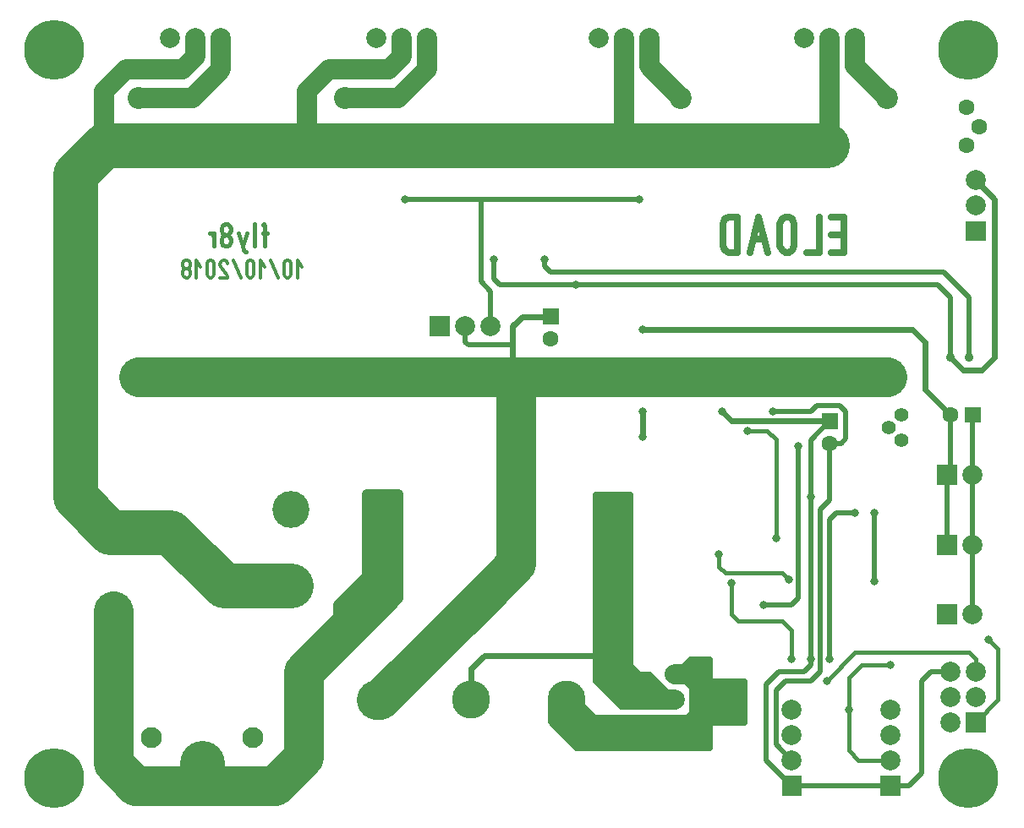
<source format=gbr>
%FSLAX34Y34*%
%MOMM*%
%LNCOPPER_BOTTOM*%
G71*
G01*
%ADD10C, 3.700*%
%ADD11C, 2.100*%
%ADD12C, 2.000*%
%ADD13C, 2.200*%
%ADD14C, 1.600*%
%ADD15C, 2.000*%
%ADD16C, 3.800*%
%ADD17C, 3.000*%
%ADD18C, 2.160*%
%ADD19C, 4.000*%
%ADD20C, 4.500*%
%ADD21C, 2.000*%
%ADD22C, 0.600*%
%ADD23C, 1.000*%
%ADD24C, 0.800*%
%ADD25C, 0.500*%
%ADD26C, 0.900*%
%ADD27C, 1.400*%
%ADD28C, 0.400*%
%ADD29C, 0.635*%
%ADD30C, 0.397*%
%ADD31C, 0.318*%
%ADD32C, 6.000*%
%LPD*%
X431800Y384050D02*
G54D10*
D03*
X431800Y307850D02*
G54D10*
D03*
X254000Y282450D02*
G54D10*
D03*
X342900Y130050D02*
G54D10*
D03*
X393700Y155450D02*
G54D11*
D03*
X292100Y155450D02*
G54D11*
D03*
X311150Y857125D02*
G54D12*
D03*
X336550Y857125D02*
G54D12*
D03*
X361950Y857125D02*
G54D12*
D03*
X279400Y796800D02*
G54D13*
D03*
X279400Y517400D02*
G54D13*
D03*
X485775Y796800D02*
G54D13*
D03*
X485775Y517400D02*
G54D13*
D03*
X822325Y796800D02*
G54D13*
D03*
X822325Y517400D02*
G54D13*
D03*
X1028700Y796800D02*
G54D13*
D03*
X1028700Y517400D02*
G54D13*
D03*
X517525Y857125D02*
G54D12*
D03*
X542925Y857125D02*
G54D12*
D03*
X568325Y857125D02*
G54D12*
D03*
X739775Y857125D02*
G54D12*
D03*
X765175Y857125D02*
G54D12*
D03*
X790575Y857125D02*
G54D12*
D03*
X946150Y857125D02*
G54D12*
D03*
X971550Y857125D02*
G54D12*
D03*
X996950Y857125D02*
G54D12*
D03*
X1108075Y787275D02*
G54D14*
D03*
X1120775Y768225D02*
G54D14*
D03*
X1108075Y749175D02*
G54D14*
D03*
G36*
X1122425Y471300D02*
X1106425Y471300D01*
X1106425Y487300D01*
X1122425Y487300D01*
X1122425Y471300D01*
G37*
X1092200Y479300D02*
G54D14*
D03*
G36*
X571025Y578200D02*
X591025Y578200D01*
X591025Y558200D01*
X571025Y558200D01*
X571025Y578200D01*
G37*
X606425Y568200D02*
G54D15*
D03*
X631825Y568200D02*
G54D15*
D03*
X517525Y193550D02*
G54D16*
D03*
X612525Y193550D02*
G54D16*
D03*
X707525Y193550D02*
G54D16*
D03*
G36*
X508875Y401350D02*
X538875Y401350D01*
X538875Y341350D01*
X508875Y341350D01*
X508875Y401350D01*
G37*
G36*
X738875Y401350D02*
X768875Y401350D01*
X768875Y341350D01*
X738875Y341350D01*
X738875Y401350D01*
G37*
X815975Y218950D02*
G54D12*
D03*
X815975Y193550D02*
G54D12*
D03*
X815975Y168150D02*
G54D12*
D03*
X873125Y193550D02*
G54D17*
D03*
X625475Y298325D02*
G54D18*
D03*
X523875Y298325D02*
G54D18*
D03*
G54D19*
X279400Y517400D02*
X1028700Y517400D01*
G54D19*
X517525Y193550D02*
X520700Y193550D01*
X625475Y298325D01*
X657225Y330075D01*
X657225Y514225D01*
G54D19*
X523875Y371350D02*
X523875Y301500D01*
X444500Y222125D01*
X444500Y136400D01*
X415925Y107825D01*
X276225Y107825D01*
X254000Y130050D01*
X254000Y282450D01*
G54D20*
X342900Y130050D02*
X342900Y111000D01*
G54D21*
X815975Y218950D02*
X830424Y218950D01*
X840824Y208550D01*
X840824Y177124D01*
X831850Y168150D01*
X815975Y168150D01*
G54D21*
X815975Y168150D02*
X732925Y168150D01*
X707525Y193550D01*
G54D21*
X815975Y193550D02*
X781050Y193550D01*
X755650Y218950D01*
X755650Y369575D01*
X753875Y371350D01*
G54D22*
X612525Y193550D02*
X612525Y225050D01*
X625475Y238000D01*
X755650Y238000D01*
G36*
X815975Y193550D02*
X790575Y218950D01*
X781050Y218950D01*
X771525Y228475D01*
X771525Y399925D01*
X736600Y399925D01*
X736600Y212600D01*
X762000Y187200D01*
X809625Y187200D01*
X815975Y193550D01*
G37*
G54D22*
X815975Y193550D02*
X790575Y218950D01*
X781050Y218950D01*
X771525Y228475D01*
X771525Y399925D01*
X736600Y399925D01*
X736600Y212600D01*
X762000Y187200D01*
X809625Y187200D01*
X815975Y193550D01*
G36*
X707525Y193550D02*
X691650Y193550D01*
X691650Y171825D01*
X717550Y145925D01*
X850900Y145925D01*
X850900Y171325D01*
X885825Y171325D01*
X885825Y212600D01*
X850900Y212600D01*
X850900Y234825D01*
X831850Y234825D01*
X815975Y218950D01*
X830424Y218950D01*
X840824Y208550D01*
X840824Y177124D01*
X831850Y168150D01*
X732925Y168150D01*
X707525Y193550D01*
G37*
G54D22*
X707525Y193550D02*
X691650Y193550D01*
X691650Y171825D01*
X717550Y145925D01*
X850900Y145925D01*
X850900Y171325D01*
X885825Y171325D01*
X885825Y212600D01*
X850900Y212600D01*
X850900Y234825D01*
X831850Y234825D01*
X815975Y218950D01*
X830424Y218950D01*
X840824Y208550D01*
X840824Y177124D01*
X831850Y168150D01*
X732925Y168150D01*
X707525Y193550D01*
G54D21*
X279400Y796800D02*
X333375Y796800D01*
X361950Y825375D01*
X361950Y857125D01*
G54D21*
X485775Y796800D02*
X539750Y796800D01*
X568325Y825375D01*
X568325Y857125D01*
G54D21*
X790575Y857125D02*
X790575Y828550D01*
X822325Y796800D01*
G54D21*
X996950Y857125D02*
X996950Y828550D01*
X1028700Y796800D01*
G54D21*
X336550Y857125D02*
X336550Y838075D01*
X323850Y825375D01*
X266700Y825375D01*
X244475Y803150D01*
X244475Y749175D01*
G54D21*
X542925Y857125D02*
X542925Y838075D01*
X530225Y825375D01*
X469900Y825375D01*
X447675Y803150D01*
X447675Y749175D01*
G54D20*
X244475Y749175D02*
X968375Y749175D01*
G54D21*
X765175Y857125D02*
X765175Y749175D01*
G54D21*
X971550Y857125D02*
X971550Y752350D01*
G54D20*
X244475Y749175D02*
X215900Y720600D01*
X215900Y396750D01*
X250825Y361825D01*
X311150Y361825D01*
X365125Y307850D01*
X431800Y307850D01*
G36*
X508000Y399925D02*
X539750Y399925D01*
X539750Y295150D01*
X523875Y279275D01*
X479425Y279275D01*
X479425Y288800D01*
X508000Y317375D01*
X508000Y399925D01*
G37*
G54D23*
X508000Y399925D02*
X539750Y399925D01*
X539750Y295150D01*
X523875Y279275D01*
X479425Y279275D01*
X479425Y288800D01*
X508000Y317375D01*
X508000Y399925D01*
X546100Y695200D02*
G54D24*
D03*
X781050Y695200D02*
G54D24*
D03*
G54D25*
X546100Y695200D02*
X781050Y695200D01*
G36*
X1079025Y359125D02*
X1099025Y359125D01*
X1099025Y339125D01*
X1079025Y339125D01*
X1079025Y359125D01*
G37*
X1114025Y349125D02*
G54D15*
D03*
G36*
X1079025Y428975D02*
X1099025Y428975D01*
X1099025Y408975D01*
X1079025Y408975D01*
X1079025Y428975D01*
G37*
X1114025Y418975D02*
G54D15*
D03*
G36*
X1079025Y289275D02*
X1099025Y289275D01*
X1099025Y269275D01*
X1079025Y269275D01*
X1079025Y289275D01*
G37*
X1114025Y279275D02*
G54D15*
D03*
G36*
X700150Y585725D02*
X700150Y569725D01*
X684150Y569725D01*
X684150Y585725D01*
X700150Y585725D01*
G37*
X692150Y555500D02*
G54D14*
D03*
X635000Y634875D02*
G54D24*
D03*
X717550Y609475D02*
G54D24*
D03*
G54D25*
X635000Y634875D02*
X635000Y615825D01*
X641350Y609475D01*
X717550Y609475D01*
X685800Y634875D02*
G54D24*
D03*
G54D25*
X692150Y577725D02*
X663575Y577725D01*
X654050Y568200D01*
X654050Y549150D01*
X609600Y549150D01*
X606425Y552325D01*
X606425Y568200D01*
G54D25*
X631825Y568200D02*
X631825Y603125D01*
X622300Y612650D01*
X622300Y695200D01*
G54D25*
X717550Y609475D02*
X1057275Y609475D01*
G54D25*
X685800Y634875D02*
X685800Y628525D01*
X692150Y622175D01*
X1057275Y622175D01*
X1111250Y536450D02*
G54D26*
D03*
X1092200Y536450D02*
G54D26*
D03*
G54D25*
X1114025Y415800D02*
X1114025Y478900D01*
X1114425Y479300D01*
G54D25*
X1114025Y415800D02*
X1114025Y345950D01*
G54D25*
X1092200Y479300D02*
X1092200Y418975D01*
X1089025Y415800D01*
G54D25*
X1089025Y415800D02*
X1089025Y345950D01*
X1042988Y453900D02*
G54D27*
D03*
X1030288Y466600D02*
G54D27*
D03*
X1042988Y479300D02*
G54D27*
D03*
G36*
X979550Y480950D02*
X979550Y464950D01*
X963550Y464950D01*
X963550Y480950D01*
X979550Y480950D01*
G37*
X971550Y450725D02*
G54D14*
D03*
G36*
X1107600Y653450D02*
X1107600Y673450D01*
X1127600Y673450D01*
X1127600Y653450D01*
X1107600Y653450D01*
G37*
X1117600Y688850D02*
G54D15*
D03*
X1117600Y714250D02*
G54D15*
D03*
G36*
X923450Y97825D02*
X923450Y117825D01*
X943450Y117825D01*
X943450Y97825D01*
X923450Y97825D01*
G37*
X933450Y133225D02*
G54D15*
D03*
X933450Y158625D02*
G54D15*
D03*
X933450Y184025D02*
G54D15*
D03*
G36*
X1127600Y161325D02*
X1107600Y161325D01*
X1107600Y181325D01*
X1127600Y181325D01*
X1127600Y161325D01*
G37*
X1092200Y171325D02*
G54D12*
D03*
X1117600Y196725D02*
G54D12*
D03*
X1092200Y196725D02*
G54D12*
D03*
X1117600Y222125D02*
G54D12*
D03*
X1092200Y222125D02*
G54D12*
D03*
G54D25*
X1057275Y609475D02*
X1079500Y609475D01*
X1092200Y596775D01*
X1092200Y536450D01*
G54D25*
X1057275Y622175D02*
X1085850Y622175D01*
X1111250Y596775D01*
X1111250Y536450D01*
G54D22*
X1092200Y536450D02*
X1104900Y523750D01*
X1123950Y523750D01*
X1136650Y536450D01*
X1136650Y695200D01*
X1117600Y714250D01*
G36*
X1021875Y97825D02*
X1021875Y117825D01*
X1041875Y117825D01*
X1041875Y97825D01*
X1021875Y97825D01*
G37*
X1031875Y133225D02*
G54D15*
D03*
X1031875Y158625D02*
G54D15*
D03*
X1031875Y184025D02*
G54D15*
D03*
G54D25*
X1114025Y279275D02*
X1114025Y345950D01*
X996950Y380875D02*
G54D24*
D03*
X971550Y234825D02*
G54D24*
D03*
G54D25*
X996950Y380875D02*
X977900Y380875D01*
X971550Y374525D01*
X971550Y234825D01*
G54D25*
X971550Y450725D02*
X971550Y393575D01*
X962025Y384050D01*
X962025Y222125D01*
X952500Y212600D01*
X927100Y212600D01*
X917575Y203075D01*
X917575Y149100D01*
X933450Y133225D01*
G54D25*
X971550Y472950D02*
X952500Y453900D01*
X952500Y228475D01*
X946150Y222125D01*
X920750Y222125D01*
X908050Y209425D01*
X908050Y133225D01*
X933450Y107825D01*
X1031875Y107825D01*
X952500Y234825D02*
G54D24*
D03*
X952500Y396750D02*
G54D24*
D03*
X1130300Y253875D02*
G54D24*
D03*
G54D28*
X1130300Y253875D02*
X1139825Y244350D01*
X1139825Y193550D01*
X1117600Y171325D01*
G54D25*
X1031875Y107825D02*
X1050925Y107825D01*
X1063625Y120525D01*
X1063625Y212600D01*
X1073150Y222125D01*
X1092200Y222125D01*
X939800Y447550D02*
G54D24*
D03*
X904875Y288800D02*
G54D24*
D03*
G54D25*
X939800Y447550D02*
X939800Y295150D01*
X933450Y288800D01*
X904875Y288800D01*
X889000Y463425D02*
G54D24*
D03*
X917575Y355475D02*
G54D24*
D03*
G54D28*
X917575Y355475D02*
X917575Y454694D01*
X908844Y463425D01*
X889000Y463425D01*
X863600Y482475D02*
G54D24*
D03*
G54D22*
X971550Y472950D02*
X873125Y472950D01*
X863600Y482475D01*
X914400Y482475D02*
G54D24*
D03*
G54D25*
X914400Y482475D02*
X952500Y482475D01*
X958850Y488825D01*
X981075Y488825D01*
X987425Y482475D01*
X987425Y455488D01*
X982662Y450725D01*
X971550Y450725D01*
X1016000Y312612D02*
G54D24*
D03*
X1016000Y380875D02*
G54D24*
D03*
G54D25*
X1016000Y312612D02*
X1016000Y380875D01*
X968375Y212600D02*
G54D24*
D03*
X933450Y234825D02*
G54D24*
D03*
X873125Y311025D02*
G54D24*
D03*
G54D28*
X873125Y311025D02*
X873125Y279275D01*
X879475Y272925D01*
X923925Y272925D01*
X933450Y263400D01*
X933450Y234825D01*
G54D28*
X1117600Y222125D02*
X1117600Y234825D01*
X1111250Y241175D01*
X996950Y241175D01*
X968375Y212600D01*
X930275Y314200D02*
G54D24*
D03*
X860425Y339600D02*
G54D24*
D03*
G54D28*
X860425Y339600D02*
X860425Y326900D01*
X866775Y320550D01*
X923925Y320550D01*
X930275Y314200D01*
X784225Y457075D02*
G54D24*
D03*
X784225Y482475D02*
G54D24*
D03*
X784225Y565025D02*
G54D24*
D03*
G54D22*
X784225Y482475D02*
X784225Y457075D01*
G54D22*
X784225Y565025D02*
X1054100Y565025D01*
X1066800Y552325D01*
X1066800Y504700D01*
X1092200Y479300D01*
G54D22*
X692150Y577725D02*
X663575Y577725D01*
X654050Y568200D01*
X654050Y517400D01*
X657225Y514225D01*
X990600Y184025D02*
G54D24*
D03*
X1031875Y228475D02*
G54D24*
D03*
G54D28*
X1031875Y228475D02*
X1003300Y228475D01*
X990600Y215775D01*
X990600Y184025D01*
G54D28*
X990600Y184025D02*
X990600Y142750D01*
X1000125Y133225D01*
X1031875Y133225D01*
G54D29*
X973156Y642100D02*
X985600Y642100D01*
X985600Y677656D01*
X973156Y677656D01*
G54D29*
X985600Y659878D02*
X973156Y659878D01*
G54D29*
X960712Y677656D02*
X960712Y642100D01*
X948268Y642100D01*
G54D29*
X921602Y670989D02*
X921602Y648767D01*
X923380Y644322D01*
X926935Y642100D01*
X930491Y642100D01*
X934046Y644322D01*
X935824Y648767D01*
X935824Y670989D01*
X934046Y675433D01*
X930491Y677656D01*
X926935Y677656D01*
X923380Y675433D01*
X921602Y670989D01*
G54D29*
X909158Y642100D02*
X900269Y677656D01*
X891380Y642100D01*
G54D29*
X905602Y655433D02*
X894936Y655433D01*
G54D29*
X878936Y642100D02*
X878936Y677656D01*
X870047Y677656D01*
X866492Y675433D01*
X864714Y670989D01*
X864714Y648767D01*
X866492Y644322D01*
X870047Y642100D01*
X878936Y642100D01*
G54D30*
X405753Y648450D02*
X405753Y669283D01*
X404642Y670672D01*
X403530Y669839D01*
G54D30*
X407975Y660950D02*
X403530Y660950D01*
G54D30*
X395753Y648450D02*
X395753Y670672D01*
G54D30*
X387975Y660950D02*
X383530Y648450D01*
X379086Y660950D01*
G54D30*
X383530Y648450D02*
X384642Y644283D01*
X385753Y642894D01*
X386864Y642894D01*
G54D30*
X365752Y659561D02*
X367975Y659561D01*
X370197Y660950D01*
X371308Y663728D01*
X371308Y666506D01*
X370197Y669283D01*
X367975Y670672D01*
X365752Y670672D01*
X363530Y669283D01*
X362419Y666506D01*
X362419Y663728D01*
X363530Y660950D01*
X365752Y659561D01*
X363530Y658172D01*
X362419Y655394D01*
X362419Y652617D01*
X363530Y649839D01*
X365752Y648450D01*
X367975Y648450D01*
X370197Y649839D01*
X371308Y652617D01*
X371308Y655394D01*
X370197Y658172D01*
X367975Y659561D01*
G54D30*
X354641Y648450D02*
X354641Y660950D01*
G54D30*
X354641Y658172D02*
X352419Y660950D01*
X350196Y660950D01*
G54D31*
X442900Y627811D02*
X438456Y634478D01*
X438456Y616700D01*
G54D31*
X425123Y631144D02*
X425123Y620033D01*
X426012Y617811D01*
X427790Y616700D01*
X429567Y616700D01*
X431345Y617811D01*
X432234Y620033D01*
X432234Y631144D01*
X431345Y633367D01*
X429567Y634478D01*
X427790Y634478D01*
X426012Y633367D01*
X425123Y631144D01*
G54D31*
X418901Y616700D02*
X411790Y634478D01*
G54D31*
X405568Y627811D02*
X401124Y634478D01*
X401124Y616700D01*
G54D31*
X387791Y631144D02*
X387791Y620033D01*
X388680Y617811D01*
X390458Y616700D01*
X392235Y616700D01*
X394013Y617811D01*
X394902Y620033D01*
X394902Y631144D01*
X394013Y633367D01*
X392235Y634478D01*
X390458Y634478D01*
X388680Y633367D01*
X387791Y631144D01*
G54D31*
X381569Y616700D02*
X374458Y634478D01*
G54D31*
X361125Y616700D02*
X368236Y616700D01*
X368236Y617811D01*
X367347Y620033D01*
X362014Y626700D01*
X361125Y628922D01*
X361125Y631144D01*
X362014Y633367D01*
X363792Y634478D01*
X365569Y634478D01*
X367347Y633367D01*
X368236Y631144D01*
G54D31*
X347792Y631144D02*
X347792Y620033D01*
X348681Y617811D01*
X350458Y616700D01*
X352236Y616700D01*
X354014Y617811D01*
X354903Y620033D01*
X354903Y631144D01*
X354014Y633367D01*
X352236Y634478D01*
X350458Y634478D01*
X348681Y633367D01*
X347792Y631144D01*
G54D31*
X341570Y627811D02*
X337126Y634478D01*
X337126Y616700D01*
G54D31*
X326460Y625589D02*
X328237Y625589D01*
X330015Y626700D01*
X330904Y628922D01*
X330904Y631144D01*
X330015Y633367D01*
X328237Y634478D01*
X326460Y634478D01*
X324682Y633367D01*
X323793Y631144D01*
X323793Y628922D01*
X324682Y626700D01*
X326460Y625589D01*
X324682Y624478D01*
X323793Y622256D01*
X323793Y620033D01*
X324682Y617811D01*
X326460Y616700D01*
X328237Y616700D01*
X330015Y617811D01*
X330904Y620033D01*
X330904Y622256D01*
X330015Y624478D01*
X328237Y625589D01*
X195000Y845000D02*
G54D32*
D03*
X195000Y115000D02*
G54D32*
D03*
X1110000Y115000D02*
G54D32*
D03*
X1110000Y845000D02*
G54D32*
D03*
M02*

</source>
